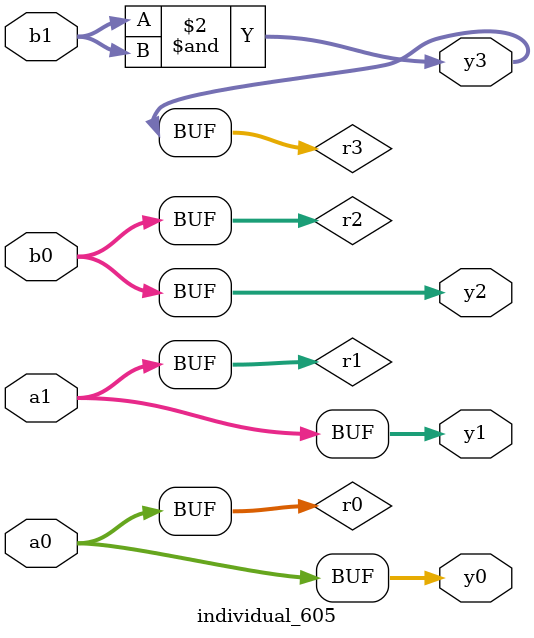
<source format=sv>
module individual_605(input logic [15:0] a1, input logic [15:0] a0, input logic [15:0] b1, input logic [15:0] b0, output logic [15:0] y3, output logic [15:0] y2, output logic [15:0] y1, output logic [15:0] y0);
logic [15:0] r0, r1, r2, r3; 
 always@(*) begin 
	 r0 = a0; r1 = a1; r2 = b0; r3 = b1; 
 	 r3  &=  r3 ;
 	 y3 = r3; y2 = r2; y1 = r1; y0 = r0; 
end
endmodule
</source>
